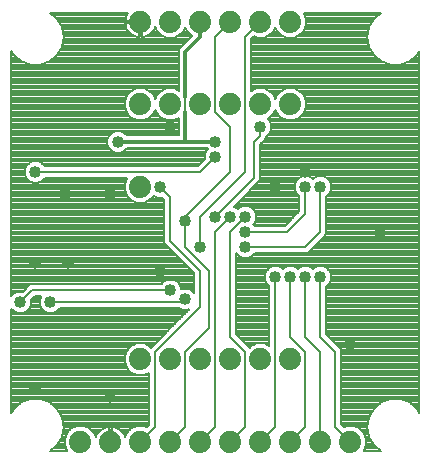
<source format=gbl>
G75*
G70*
%OFA0B0*%
%FSLAX24Y24*%
%IPPOS*%
%LPD*%
%AMOC8*
5,1,8,0,0,1.08239X$1,22.5*
%
%ADD10C,0.0740*%
%ADD11C,0.0080*%
%ADD12C,0.0400*%
%ADD13C,0.0120*%
D10*
X013333Y007833D03*
X014333Y007833D03*
X015333Y007833D03*
X016333Y007833D03*
X017333Y007833D03*
X018333Y007833D03*
X019333Y007833D03*
X020333Y007833D03*
X021333Y007833D03*
X022333Y007833D03*
X020333Y010583D03*
X019333Y010583D03*
X018333Y010583D03*
X017333Y010583D03*
X016333Y010583D03*
X015333Y010583D03*
X015333Y016333D03*
X015333Y019083D03*
X016333Y019083D03*
X017333Y019083D03*
X018333Y019083D03*
X019333Y019083D03*
X020333Y019083D03*
X020333Y021833D03*
X019333Y021833D03*
X018333Y021833D03*
X017333Y021833D03*
X016333Y021833D03*
X015333Y021833D03*
D11*
X012557Y007726D02*
X012327Y007533D01*
X012884Y007533D01*
X012803Y007728D01*
X012803Y007939D01*
X012884Y008134D01*
X013033Y008283D01*
X013228Y008363D01*
X013439Y008363D01*
X013634Y008283D01*
X013783Y008134D01*
X013845Y007982D01*
X013861Y008029D01*
X013897Y008101D01*
X013944Y008166D01*
X014001Y008222D01*
X014066Y008270D01*
X014138Y008306D01*
X014214Y008331D01*
X014293Y008343D01*
X014293Y008343D01*
X014293Y007873D01*
X014373Y007873D01*
X014373Y008343D01*
X014373Y008343D01*
X014453Y008331D01*
X014529Y008306D01*
X014601Y008270D01*
X014666Y008222D01*
X014722Y008166D01*
X014770Y008101D01*
X014806Y008029D01*
X014821Y007982D01*
X014884Y008134D01*
X015033Y008283D01*
X015228Y008363D01*
X015439Y008363D01*
X015539Y008322D01*
X015633Y008416D01*
X015633Y010134D01*
X015439Y010053D01*
X015228Y010053D01*
X015033Y010134D01*
X014884Y010283D01*
X014803Y010478D01*
X014803Y010689D01*
X014884Y010884D01*
X015033Y011033D01*
X015228Y011113D01*
X015439Y011113D01*
X015634Y011033D01*
X015692Y010975D01*
X016966Y012248D01*
X016905Y012223D01*
X016762Y012223D01*
X016629Y012278D01*
X016624Y012283D01*
X012640Y012283D01*
X012639Y012279D01*
X012537Y012178D01*
X012405Y012123D01*
X012262Y012123D01*
X012129Y012178D01*
X012028Y012279D01*
X011973Y012412D01*
X011973Y012555D01*
X012027Y012683D01*
X011816Y012683D01*
X011692Y012559D01*
X011693Y012555D01*
X011693Y012412D01*
X011639Y012279D01*
X011537Y012178D01*
X011405Y012123D01*
X011262Y012123D01*
X011129Y012178D01*
X011033Y012274D01*
X011033Y008808D01*
X011110Y008940D01*
X011110Y008940D01*
X011110Y008940D01*
X011361Y009151D01*
X011361Y009151D01*
X011669Y009263D01*
X011997Y009263D01*
X012306Y009151D01*
X012306Y009151D01*
X012557Y008940D01*
X012557Y008940D01*
X012721Y008656D01*
X012721Y008656D01*
X012778Y008333D01*
X012778Y008333D01*
X012721Y008010D01*
X012721Y008010D01*
X012557Y007726D01*
X012557Y007726D01*
X012557Y007726D01*
X012581Y007768D02*
X012803Y007768D01*
X012803Y007847D02*
X012626Y007847D01*
X012672Y007925D02*
X012803Y007925D01*
X012830Y008004D02*
X012717Y008004D01*
X012733Y008082D02*
X012863Y008082D01*
X012911Y008161D02*
X012747Y008161D01*
X012761Y008239D02*
X012990Y008239D01*
X013118Y008318D02*
X012775Y008318D01*
X012767Y008396D02*
X015613Y008396D01*
X015633Y008475D02*
X012753Y008475D01*
X012739Y008553D02*
X015633Y008553D01*
X015633Y008632D02*
X012725Y008632D01*
X012690Y008710D02*
X015633Y008710D01*
X015633Y008789D02*
X012644Y008789D01*
X012599Y008867D02*
X015633Y008867D01*
X015633Y008946D02*
X012550Y008946D01*
X012457Y009024D02*
X015633Y009024D01*
X015633Y009103D02*
X012363Y009103D01*
X012223Y009181D02*
X015633Y009181D01*
X015633Y009260D02*
X012007Y009260D01*
X011660Y009260D02*
X011033Y009260D01*
X011033Y009338D02*
X015633Y009338D01*
X015633Y009417D02*
X011033Y009417D01*
X011033Y009495D02*
X015633Y009495D01*
X015633Y009574D02*
X011033Y009574D01*
X011033Y009652D02*
X015633Y009652D01*
X015633Y009731D02*
X011033Y009731D01*
X011033Y009809D02*
X015633Y009809D01*
X015633Y009888D02*
X011033Y009888D01*
X011033Y009966D02*
X015633Y009966D01*
X015633Y010045D02*
X011033Y010045D01*
X011033Y010123D02*
X015059Y010123D01*
X014965Y010202D02*
X011033Y010202D01*
X011033Y010280D02*
X014887Y010280D01*
X014853Y010359D02*
X011033Y010359D01*
X011033Y010437D02*
X014820Y010437D01*
X014803Y010516D02*
X011033Y010516D01*
X011033Y010594D02*
X014803Y010594D01*
X014803Y010673D02*
X011033Y010673D01*
X011033Y010751D02*
X014829Y010751D01*
X014862Y010830D02*
X011033Y010830D01*
X011033Y010908D02*
X014909Y010908D01*
X014987Y010987D02*
X011033Y010987D01*
X011033Y011065D02*
X015112Y011065D01*
X015555Y011065D02*
X015782Y011065D01*
X015704Y010987D02*
X015679Y010987D01*
X015833Y010833D02*
X017333Y012333D01*
X017333Y013533D01*
X016333Y014533D01*
X016333Y015983D01*
X015983Y016333D01*
X015821Y016011D02*
X015760Y016011D01*
X015779Y016028D02*
X015779Y016029D01*
X015634Y015884D01*
X015439Y015803D01*
X015228Y015803D01*
X015033Y015884D01*
X014884Y016033D01*
X014803Y016228D01*
X014803Y016439D01*
X014884Y016633D01*
X012140Y016633D01*
X012139Y016629D01*
X012037Y016528D01*
X011905Y016473D01*
X011762Y016473D01*
X011629Y016528D01*
X011528Y016629D01*
X011473Y016762D01*
X011473Y016905D01*
X011528Y017037D01*
X011629Y017139D01*
X011762Y017193D01*
X011905Y017193D01*
X012037Y017139D01*
X012139Y017037D01*
X012140Y017033D01*
X017250Y017033D01*
X017475Y017258D01*
X017473Y017262D01*
X017473Y017405D01*
X017528Y017537D01*
X017574Y017583D01*
X017544Y017613D01*
X014872Y017613D01*
X014787Y017528D01*
X014655Y017473D01*
X014512Y017473D01*
X014379Y017528D01*
X014278Y017629D01*
X014223Y017762D01*
X014223Y017905D01*
X014278Y018037D01*
X014379Y018139D01*
X014512Y018193D01*
X014655Y018193D01*
X014787Y018139D01*
X014872Y018053D01*
X016613Y018053D01*
X016613Y018626D01*
X016439Y018553D01*
X016228Y018553D01*
X016033Y018634D01*
X015884Y018783D01*
X015833Y018905D01*
X015783Y018783D01*
X015634Y018634D01*
X015439Y018553D01*
X015228Y018553D01*
X015033Y018634D01*
X014884Y018783D01*
X014803Y018978D01*
X014803Y019189D01*
X014884Y019384D01*
X015033Y019533D01*
X015228Y019613D01*
X015439Y019613D01*
X015634Y019533D01*
X015783Y019384D01*
X015833Y019261D01*
X015884Y019384D01*
X016033Y019533D01*
X016228Y019613D01*
X016439Y019613D01*
X016613Y019541D01*
X016613Y020924D01*
X016742Y021053D01*
X016742Y021053D01*
X017061Y021372D01*
X017033Y021384D01*
X016884Y021533D01*
X016833Y021655D01*
X016783Y021533D01*
X016634Y021384D01*
X016439Y021303D01*
X016228Y021303D01*
X016033Y021384D01*
X015884Y021533D01*
X015821Y021685D01*
X015806Y021638D01*
X015770Y021566D01*
X015722Y021501D01*
X015666Y021444D01*
X015601Y021397D01*
X015529Y021361D01*
X015453Y021336D01*
X015373Y021323D01*
X015373Y021323D01*
X015373Y021793D01*
X015293Y021793D01*
X015293Y021323D01*
X015293Y021323D01*
X015214Y021336D01*
X015138Y021361D01*
X015066Y021397D01*
X015001Y021444D01*
X014944Y021501D01*
X014897Y021566D01*
X014861Y021638D01*
X014836Y021714D01*
X014823Y021793D01*
X014823Y021793D01*
X015293Y021793D01*
X015293Y021873D01*
X014823Y021873D01*
X014823Y021873D01*
X014836Y021953D01*
X014861Y022029D01*
X014897Y022101D01*
X014921Y022133D01*
X012327Y022133D01*
X012557Y021940D01*
X012557Y021940D01*
X012721Y021656D01*
X012721Y021656D01*
X012778Y021333D01*
X012778Y021333D01*
X012721Y021010D01*
X012721Y021010D01*
X012557Y020726D01*
X012557Y020726D01*
X012557Y020726D01*
X012306Y020516D01*
X012306Y020516D01*
X011997Y020403D01*
X011669Y020403D01*
X011361Y020516D01*
X011361Y020516D01*
X011110Y020726D01*
X011110Y020726D01*
X011033Y020859D01*
X011033Y012692D01*
X011129Y012789D01*
X011262Y012843D01*
X011405Y012843D01*
X011409Y012842D01*
X011650Y013083D01*
X016027Y013083D01*
X016028Y013087D01*
X016129Y013189D01*
X016262Y013243D01*
X016405Y013243D01*
X016537Y013189D01*
X016639Y013087D01*
X016693Y012955D01*
X016693Y012915D01*
X016762Y012943D01*
X016905Y012943D01*
X017037Y012889D01*
X017133Y012792D01*
X017133Y013450D01*
X016133Y014450D01*
X016133Y015900D01*
X016059Y015975D01*
X016055Y015973D01*
X015912Y015973D01*
X015779Y016028D01*
X015682Y015932D02*
X016101Y015932D01*
X016133Y015854D02*
X015561Y015854D01*
X015106Y015854D02*
X011033Y015854D01*
X011033Y015932D02*
X014985Y015932D01*
X014906Y016011D02*
X011033Y016011D01*
X011033Y016089D02*
X014861Y016089D01*
X014828Y016168D02*
X011033Y016168D01*
X011033Y016246D02*
X014803Y016246D01*
X014803Y016325D02*
X011033Y016325D01*
X011033Y016403D02*
X014803Y016403D01*
X014821Y016482D02*
X011925Y016482D01*
X012069Y016560D02*
X014854Y016560D01*
X016133Y015775D02*
X011033Y015775D01*
X011033Y015697D02*
X016133Y015697D01*
X016133Y015618D02*
X011033Y015618D01*
X011033Y015540D02*
X016133Y015540D01*
X016133Y015461D02*
X011033Y015461D01*
X011033Y015383D02*
X016133Y015383D01*
X016133Y015304D02*
X011033Y015304D01*
X011033Y015226D02*
X016133Y015226D01*
X016133Y015147D02*
X011033Y015147D01*
X011033Y015069D02*
X016133Y015069D01*
X016133Y014990D02*
X011033Y014990D01*
X011033Y014912D02*
X016133Y014912D01*
X016133Y014833D02*
X011033Y014833D01*
X011033Y014755D02*
X016133Y014755D01*
X016133Y014676D02*
X011033Y014676D01*
X011033Y014598D02*
X016133Y014598D01*
X016133Y014519D02*
X011033Y014519D01*
X011033Y014441D02*
X016143Y014441D01*
X016221Y014362D02*
X011033Y014362D01*
X011033Y014284D02*
X016300Y014284D01*
X016378Y014205D02*
X011033Y014205D01*
X011033Y014127D02*
X016457Y014127D01*
X016535Y014048D02*
X011033Y014048D01*
X011033Y013970D02*
X016614Y013970D01*
X016692Y013891D02*
X011033Y013891D01*
X011033Y013813D02*
X016771Y013813D01*
X016849Y013734D02*
X011033Y013734D01*
X011033Y013656D02*
X016928Y013656D01*
X017006Y013577D02*
X011033Y013577D01*
X011033Y013499D02*
X017085Y013499D01*
X017133Y013420D02*
X011033Y013420D01*
X011033Y013342D02*
X017133Y013342D01*
X017133Y013263D02*
X011033Y013263D01*
X011033Y013185D02*
X016126Y013185D01*
X016047Y013106D02*
X011033Y013106D01*
X011033Y013028D02*
X011595Y013028D01*
X011516Y012949D02*
X011033Y012949D01*
X011033Y012871D02*
X011438Y012871D01*
X011733Y012883D02*
X011333Y012483D01*
X011065Y012243D02*
X011033Y012243D01*
X011033Y012164D02*
X011163Y012164D01*
X011033Y012086D02*
X016803Y012086D01*
X016881Y012164D02*
X012504Y012164D01*
X012602Y012243D02*
X016715Y012243D01*
X016724Y012007D02*
X011033Y012007D01*
X011033Y011929D02*
X016646Y011929D01*
X016567Y011850D02*
X011033Y011850D01*
X011033Y011772D02*
X016489Y011772D01*
X016410Y011693D02*
X011033Y011693D01*
X011033Y011615D02*
X016332Y011615D01*
X016253Y011536D02*
X011033Y011536D01*
X011033Y011458D02*
X016175Y011458D01*
X016096Y011379D02*
X011033Y011379D01*
X011033Y011301D02*
X016018Y011301D01*
X015939Y011222D02*
X011033Y011222D01*
X011033Y011144D02*
X015861Y011144D01*
X015833Y010833D02*
X015833Y008333D01*
X015333Y007833D01*
X014830Y008004D02*
X014814Y008004D01*
X014779Y008082D02*
X014863Y008082D01*
X014911Y008161D02*
X014726Y008161D01*
X014642Y008239D02*
X014990Y008239D01*
X015118Y008318D02*
X014493Y008318D01*
X014373Y008318D02*
X014293Y008318D01*
X014293Y008239D02*
X014373Y008239D01*
X014373Y008161D02*
X014293Y008161D01*
X014293Y008082D02*
X014373Y008082D01*
X014373Y008004D02*
X014293Y008004D01*
X014293Y007925D02*
X014373Y007925D01*
X013941Y008161D02*
X013755Y008161D01*
X013804Y008082D02*
X013888Y008082D01*
X013852Y008004D02*
X013836Y008004D01*
X013677Y008239D02*
X014024Y008239D01*
X014174Y008318D02*
X013549Y008318D01*
X012819Y007690D02*
X012513Y007690D01*
X012420Y007611D02*
X012852Y007611D01*
X011068Y008867D02*
X011033Y008867D01*
X011033Y008946D02*
X011116Y008946D01*
X011033Y009024D02*
X011210Y009024D01*
X011304Y009103D02*
X011033Y009103D01*
X011033Y009181D02*
X011444Y009181D01*
X015608Y010123D02*
X015633Y010123D01*
X016833Y010833D02*
X016833Y008333D01*
X016333Y007833D01*
X017333Y007833D02*
X017833Y008333D01*
X017833Y014833D01*
X018333Y015333D01*
X018583Y015592D02*
X018537Y015639D01*
X018455Y015672D01*
X019333Y016550D01*
X019333Y017750D01*
X019416Y017833D01*
X019533Y017950D01*
X019533Y018027D01*
X019537Y018028D01*
X019639Y018129D01*
X019693Y018262D01*
X019693Y018405D01*
X019639Y018537D01*
X019569Y018607D01*
X019634Y018634D01*
X019783Y018783D01*
X019833Y018905D01*
X019884Y018783D01*
X020033Y018634D01*
X020228Y018553D01*
X020439Y018553D01*
X020634Y018634D01*
X020783Y018783D01*
X020863Y018978D01*
X020863Y019189D01*
X020783Y019384D01*
X020634Y019533D01*
X020439Y019613D01*
X020228Y019613D01*
X020033Y019533D01*
X019884Y019384D01*
X019833Y019261D01*
X019783Y019384D01*
X019634Y019533D01*
X019439Y019613D01*
X019228Y019613D01*
X019033Y019533D01*
X019033Y021250D01*
X019128Y021345D01*
X019228Y021303D01*
X019439Y021303D01*
X019634Y021384D01*
X019783Y021533D01*
X019833Y021655D01*
X019884Y021533D01*
X020033Y021384D01*
X020228Y021303D01*
X020439Y021303D01*
X020634Y021384D01*
X020783Y021533D01*
X020863Y021728D01*
X020863Y021939D01*
X020783Y022133D01*
X023340Y022133D01*
X023110Y021940D01*
X022946Y021656D01*
X022889Y021333D01*
X022946Y021010D01*
X023110Y020726D01*
X023361Y020516D01*
X023669Y020403D01*
X023997Y020403D01*
X024306Y020516D01*
X024557Y020726D01*
X024633Y020859D01*
X024633Y008808D01*
X024557Y008940D01*
X024557Y008940D01*
X024306Y009151D01*
X024306Y009151D01*
X023997Y009263D01*
X023669Y009263D01*
X023361Y009151D01*
X023110Y008940D01*
X022946Y008656D01*
X022889Y008333D01*
X022946Y008010D01*
X023110Y007726D01*
X023340Y007533D01*
X022783Y007533D01*
X022863Y007728D01*
X022863Y007939D01*
X022783Y008134D01*
X022634Y008283D01*
X022439Y008363D01*
X022228Y008363D01*
X022128Y008322D01*
X022033Y008416D01*
X022033Y010916D01*
X021916Y011033D01*
X021533Y011416D01*
X021533Y013027D01*
X021537Y013028D01*
X021639Y013129D01*
X021693Y013262D01*
X021693Y013405D01*
X021639Y013537D01*
X021537Y013639D01*
X021405Y013693D01*
X021262Y013693D01*
X021129Y013639D01*
X021083Y013592D01*
X021037Y013639D01*
X020905Y013693D01*
X020762Y013693D01*
X020629Y013639D01*
X020583Y013592D01*
X020537Y013639D01*
X020405Y013693D01*
X020262Y013693D01*
X020129Y013639D01*
X020083Y013592D01*
X020037Y013639D01*
X019905Y013693D01*
X019762Y013693D01*
X019629Y013639D01*
X019528Y013537D01*
X019473Y013405D01*
X019473Y013262D01*
X019528Y013129D01*
X019629Y013028D01*
X019633Y013027D01*
X019633Y011033D01*
X019439Y011113D01*
X019228Y011113D01*
X019033Y011033D01*
X018975Y010975D01*
X018916Y011033D01*
X018533Y011416D01*
X018533Y014124D01*
X018629Y014028D01*
X018762Y013973D01*
X018905Y013973D01*
X019037Y014028D01*
X019139Y014129D01*
X019140Y014133D01*
X020916Y014133D01*
X021416Y014633D01*
X021533Y014750D01*
X021533Y016027D01*
X021537Y016028D01*
X021639Y016129D01*
X021693Y016262D01*
X021693Y016405D01*
X021639Y016537D01*
X021537Y016639D01*
X021536Y016639D02*
X024633Y016639D01*
X024633Y016717D02*
X019333Y016717D01*
X019333Y016639D02*
X020630Y016639D01*
X020629Y016639D02*
X020528Y016537D01*
X020473Y016405D01*
X020473Y016262D01*
X020528Y016129D01*
X020629Y016028D01*
X020633Y016027D01*
X020633Y015516D01*
X020150Y015033D01*
X019140Y015033D01*
X019139Y015037D01*
X019092Y015083D01*
X019139Y015129D01*
X019193Y015262D01*
X019193Y015405D01*
X019139Y015537D01*
X019037Y015639D01*
X018905Y015693D01*
X018762Y015693D01*
X018629Y015639D01*
X018583Y015592D01*
X018557Y015618D02*
X018609Y015618D01*
X018480Y015697D02*
X020633Y015697D01*
X020633Y015775D02*
X018558Y015775D01*
X018637Y015854D02*
X020633Y015854D01*
X020633Y015932D02*
X018715Y015932D01*
X018794Y016011D02*
X020633Y016011D01*
X020568Y016089D02*
X018872Y016089D01*
X018951Y016168D02*
X020512Y016168D01*
X020480Y016246D02*
X019029Y016246D01*
X019108Y016325D02*
X020473Y016325D01*
X020473Y016403D02*
X019186Y016403D01*
X019265Y016482D02*
X020505Y016482D01*
X020551Y016560D02*
X019333Y016560D01*
X019133Y016633D02*
X019133Y017833D01*
X019333Y018033D01*
X019333Y018333D01*
X019671Y018209D02*
X024633Y018209D01*
X024633Y018287D02*
X019693Y018287D01*
X019693Y018366D02*
X024633Y018366D01*
X024633Y018444D02*
X019677Y018444D01*
X019644Y018523D02*
X024633Y018523D01*
X024633Y018601D02*
X020555Y018601D01*
X020679Y018680D02*
X024633Y018680D01*
X024633Y018758D02*
X020758Y018758D01*
X020805Y018837D02*
X024633Y018837D01*
X024633Y018915D02*
X020837Y018915D01*
X020863Y018994D02*
X024633Y018994D01*
X024633Y019072D02*
X020863Y019072D01*
X020863Y019151D02*
X024633Y019151D01*
X024633Y019229D02*
X020847Y019229D01*
X020814Y019308D02*
X024633Y019308D01*
X024633Y019386D02*
X020780Y019386D01*
X020701Y019465D02*
X024633Y019465D01*
X024633Y019543D02*
X020608Y019543D01*
X020059Y019543D02*
X019608Y019543D01*
X019701Y019465D02*
X019965Y019465D01*
X019887Y019386D02*
X019780Y019386D01*
X019814Y019308D02*
X019853Y019308D01*
X019862Y018837D02*
X019805Y018837D01*
X019758Y018758D02*
X019909Y018758D01*
X019987Y018680D02*
X019679Y018680D01*
X019574Y018601D02*
X020112Y018601D01*
X019639Y018130D02*
X024633Y018130D01*
X024633Y018052D02*
X019561Y018052D01*
X019533Y017973D02*
X024633Y017973D01*
X024633Y017895D02*
X019478Y017895D01*
X019416Y017833D02*
X019416Y017833D01*
X019399Y017816D02*
X024633Y017816D01*
X024633Y017738D02*
X019333Y017738D01*
X019333Y017659D02*
X024633Y017659D01*
X024633Y017581D02*
X019333Y017581D01*
X019333Y017502D02*
X024633Y017502D01*
X024633Y017424D02*
X019333Y017424D01*
X019333Y017345D02*
X024633Y017345D01*
X024633Y017267D02*
X019333Y017267D01*
X019333Y017188D02*
X024633Y017188D01*
X024633Y017110D02*
X019333Y017110D01*
X019333Y017031D02*
X024633Y017031D01*
X024633Y016953D02*
X019333Y016953D01*
X019333Y016874D02*
X024633Y016874D01*
X024633Y016796D02*
X019333Y016796D01*
X019133Y016633D02*
X017833Y015333D01*
X017333Y015333D02*
X018833Y016833D01*
X018833Y021333D01*
X019333Y021833D01*
X019549Y021349D02*
X020118Y021349D01*
X019990Y021427D02*
X019677Y021427D01*
X019755Y021506D02*
X019911Y021506D01*
X019863Y021584D02*
X019804Y021584D01*
X020549Y021349D02*
X022892Y021349D01*
X022889Y021333D02*
X022889Y021333D01*
X022900Y021270D02*
X019053Y021270D01*
X019033Y021192D02*
X022914Y021192D01*
X022928Y021113D02*
X019033Y021113D01*
X019033Y021035D02*
X022942Y021035D01*
X022946Y021010D02*
X022946Y021010D01*
X022977Y020956D02*
X019033Y020956D01*
X019033Y020878D02*
X023022Y020878D01*
X023068Y020799D02*
X019033Y020799D01*
X019033Y020721D02*
X023116Y020721D01*
X023110Y020726D02*
X023110Y020726D01*
X023210Y020642D02*
X019033Y020642D01*
X019033Y020564D02*
X023304Y020564D01*
X023361Y020516D02*
X023361Y020516D01*
X023444Y020485D02*
X019033Y020485D01*
X019033Y020407D02*
X023660Y020407D01*
X024007Y020407D02*
X024633Y020407D01*
X024633Y020485D02*
X024223Y020485D01*
X024306Y020516D02*
X024306Y020516D01*
X024363Y020564D02*
X024633Y020564D01*
X024633Y020642D02*
X024457Y020642D01*
X024550Y020721D02*
X024633Y020721D01*
X024557Y020726D02*
X024557Y020726D01*
X024557Y020726D01*
X024599Y020799D02*
X024633Y020799D01*
X024633Y020328D02*
X019033Y020328D01*
X019033Y020250D02*
X024633Y020250D01*
X024633Y020171D02*
X019033Y020171D01*
X019033Y020093D02*
X024633Y020093D01*
X024633Y020014D02*
X019033Y020014D01*
X019033Y019936D02*
X024633Y019936D01*
X024633Y019857D02*
X019033Y019857D01*
X019033Y019779D02*
X024633Y019779D01*
X024633Y019700D02*
X019033Y019700D01*
X019033Y019622D02*
X024633Y019622D01*
X022906Y021427D02*
X020677Y021427D01*
X020755Y021506D02*
X022919Y021506D01*
X022933Y021584D02*
X020804Y021584D01*
X020836Y021663D02*
X022950Y021663D01*
X022946Y021656D02*
X022946Y021656D01*
X022995Y021741D02*
X020863Y021741D01*
X020863Y021820D02*
X023040Y021820D01*
X023086Y021898D02*
X020863Y021898D01*
X020848Y021977D02*
X023153Y021977D01*
X023110Y021940D02*
X023110Y021940D01*
X023110Y021940D01*
X023247Y022055D02*
X020815Y022055D01*
X018333Y021833D02*
X017833Y021333D01*
X017833Y018833D01*
X018333Y018333D01*
X018333Y016833D01*
X016833Y015333D01*
X016833Y015183D01*
X016833Y014333D01*
X017633Y013533D01*
X017633Y011633D01*
X016833Y010833D01*
X018333Y011333D02*
X018333Y014833D01*
X018833Y015333D01*
X019170Y015461D02*
X020578Y015461D01*
X020633Y015540D02*
X019136Y015540D01*
X019057Y015618D02*
X020633Y015618D01*
X020500Y015383D02*
X019193Y015383D01*
X019193Y015304D02*
X020421Y015304D01*
X020343Y015226D02*
X019178Y015226D01*
X019146Y015147D02*
X020264Y015147D01*
X020186Y015069D02*
X019107Y015069D01*
X018833Y014833D02*
X020233Y014833D01*
X020833Y015433D01*
X020833Y016333D01*
X021083Y016592D02*
X021037Y016639D01*
X021036Y016639D02*
X021130Y016639D01*
X021129Y016639D02*
X021083Y016592D01*
X021037Y016639D02*
X020905Y016693D01*
X020762Y016693D01*
X020629Y016639D01*
X021129Y016639D02*
X021262Y016693D01*
X021405Y016693D01*
X021537Y016639D01*
X021615Y016560D02*
X024633Y016560D01*
X024633Y016482D02*
X021661Y016482D01*
X021693Y016403D02*
X024633Y016403D01*
X024633Y016325D02*
X021693Y016325D01*
X021687Y016246D02*
X024633Y016246D01*
X024633Y016168D02*
X021654Y016168D01*
X021598Y016089D02*
X024633Y016089D01*
X024633Y016011D02*
X021533Y016011D01*
X021533Y015932D02*
X024633Y015932D01*
X024633Y015854D02*
X021533Y015854D01*
X021533Y015775D02*
X024633Y015775D01*
X024633Y015697D02*
X021533Y015697D01*
X021533Y015618D02*
X024633Y015618D01*
X024633Y015540D02*
X021533Y015540D01*
X021533Y015461D02*
X024633Y015461D01*
X024633Y015383D02*
X021533Y015383D01*
X021533Y015304D02*
X024633Y015304D01*
X024633Y015226D02*
X021533Y015226D01*
X021533Y015147D02*
X024633Y015147D01*
X024633Y015069D02*
X021533Y015069D01*
X021533Y014990D02*
X024633Y014990D01*
X024633Y014912D02*
X021533Y014912D01*
X021533Y014833D02*
X024633Y014833D01*
X024633Y014755D02*
X021533Y014755D01*
X021459Y014676D02*
X024633Y014676D01*
X024633Y014598D02*
X021381Y014598D01*
X021302Y014519D02*
X024633Y014519D01*
X024633Y014441D02*
X021224Y014441D01*
X021145Y014362D02*
X024633Y014362D01*
X024633Y014284D02*
X021067Y014284D01*
X020988Y014205D02*
X024633Y014205D01*
X024633Y014127D02*
X019136Y014127D01*
X019057Y014048D02*
X024633Y014048D01*
X024633Y013970D02*
X018533Y013970D01*
X018533Y014048D02*
X018609Y014048D01*
X018533Y013891D02*
X024633Y013891D01*
X024633Y013813D02*
X018533Y013813D01*
X018533Y013734D02*
X024633Y013734D01*
X024633Y013656D02*
X021495Y013656D01*
X021598Y013577D02*
X024633Y013577D01*
X024633Y013499D02*
X021654Y013499D01*
X021687Y013420D02*
X024633Y013420D01*
X024633Y013342D02*
X021693Y013342D01*
X021693Y013263D02*
X024633Y013263D01*
X024633Y013185D02*
X021661Y013185D01*
X021615Y013106D02*
X024633Y013106D01*
X024633Y013028D02*
X021537Y013028D01*
X021533Y012949D02*
X024633Y012949D01*
X024633Y012871D02*
X021533Y012871D01*
X021533Y012792D02*
X024633Y012792D01*
X024633Y012714D02*
X021533Y012714D01*
X021533Y012635D02*
X024633Y012635D01*
X024633Y012557D02*
X021533Y012557D01*
X021533Y012478D02*
X024633Y012478D01*
X024633Y012400D02*
X021533Y012400D01*
X021533Y012321D02*
X024633Y012321D01*
X024633Y012243D02*
X021533Y012243D01*
X021533Y012164D02*
X024633Y012164D01*
X024633Y012086D02*
X021533Y012086D01*
X021533Y012007D02*
X024633Y012007D01*
X024633Y011929D02*
X021533Y011929D01*
X021533Y011850D02*
X024633Y011850D01*
X024633Y011772D02*
X021533Y011772D01*
X021533Y011693D02*
X024633Y011693D01*
X024633Y011615D02*
X021533Y011615D01*
X021533Y011536D02*
X024633Y011536D01*
X024633Y011458D02*
X021533Y011458D01*
X021570Y011379D02*
X024633Y011379D01*
X024633Y011301D02*
X021649Y011301D01*
X021727Y011222D02*
X024633Y011222D01*
X024633Y011144D02*
X021806Y011144D01*
X021884Y011065D02*
X024633Y011065D01*
X024633Y010987D02*
X021963Y010987D01*
X022033Y010908D02*
X024633Y010908D01*
X024633Y010830D02*
X022033Y010830D01*
X022033Y010751D02*
X024633Y010751D01*
X024633Y010673D02*
X022033Y010673D01*
X022033Y010594D02*
X024633Y010594D01*
X024633Y010516D02*
X022033Y010516D01*
X022033Y010437D02*
X024633Y010437D01*
X024633Y010359D02*
X022033Y010359D01*
X022033Y010280D02*
X024633Y010280D01*
X024633Y010202D02*
X022033Y010202D01*
X022033Y010123D02*
X024633Y010123D01*
X024633Y010045D02*
X022033Y010045D01*
X022033Y009966D02*
X024633Y009966D01*
X024633Y009888D02*
X022033Y009888D01*
X022033Y009809D02*
X024633Y009809D01*
X024633Y009731D02*
X022033Y009731D01*
X022033Y009652D02*
X024633Y009652D01*
X024633Y009574D02*
X022033Y009574D01*
X022033Y009495D02*
X024633Y009495D01*
X024633Y009417D02*
X022033Y009417D01*
X022033Y009338D02*
X024633Y009338D01*
X024633Y009260D02*
X024007Y009260D01*
X024223Y009181D02*
X024633Y009181D01*
X024633Y009103D02*
X024363Y009103D01*
X024457Y009024D02*
X024633Y009024D01*
X024633Y008946D02*
X024550Y008946D01*
X024599Y008867D02*
X024633Y008867D01*
X023660Y009260D02*
X022033Y009260D01*
X022033Y009181D02*
X023444Y009181D01*
X023361Y009151D02*
X023361Y009151D01*
X023304Y009103D02*
X022033Y009103D01*
X022033Y009024D02*
X023210Y009024D01*
X023116Y008946D02*
X022033Y008946D01*
X022033Y008867D02*
X023068Y008867D01*
X023110Y008940D02*
X023110Y008940D01*
X023110Y008940D01*
X023022Y008789D02*
X022033Y008789D01*
X022033Y008710D02*
X022977Y008710D01*
X022946Y008656D02*
X022946Y008656D01*
X022942Y008632D02*
X022033Y008632D01*
X022033Y008553D02*
X022928Y008553D01*
X022914Y008475D02*
X022033Y008475D01*
X022053Y008396D02*
X022900Y008396D01*
X022889Y008333D02*
X022889Y008333D01*
X022892Y008318D02*
X022549Y008318D01*
X022677Y008239D02*
X022906Y008239D01*
X022919Y008161D02*
X022755Y008161D01*
X022804Y008082D02*
X022933Y008082D01*
X022946Y008010D02*
X022946Y008010D01*
X022950Y008004D02*
X022836Y008004D01*
X022863Y007925D02*
X022995Y007925D01*
X023040Y007847D02*
X022863Y007847D01*
X022863Y007768D02*
X023086Y007768D01*
X023110Y007726D02*
X023110Y007726D01*
X023153Y007690D02*
X022848Y007690D01*
X022815Y007611D02*
X023247Y007611D01*
X022333Y007833D02*
X021833Y008333D01*
X021833Y010833D01*
X021333Y011333D01*
X021333Y013333D01*
X021171Y013656D02*
X020995Y013656D01*
X020671Y013656D02*
X020495Y013656D01*
X020171Y013656D02*
X019995Y013656D01*
X019671Y013656D02*
X018533Y013656D01*
X018533Y013577D02*
X019568Y013577D01*
X019512Y013499D02*
X018533Y013499D01*
X018533Y013420D02*
X019480Y013420D01*
X019473Y013342D02*
X018533Y013342D01*
X018533Y013263D02*
X019473Y013263D01*
X019505Y013185D02*
X018533Y013185D01*
X018533Y013106D02*
X019551Y013106D01*
X019630Y013028D02*
X018533Y013028D01*
X018533Y012949D02*
X019633Y012949D01*
X019633Y012871D02*
X018533Y012871D01*
X018533Y012792D02*
X019633Y012792D01*
X019633Y012714D02*
X018533Y012714D01*
X018533Y012635D02*
X019633Y012635D01*
X019633Y012557D02*
X018533Y012557D01*
X018533Y012478D02*
X019633Y012478D01*
X019633Y012400D02*
X018533Y012400D01*
X018533Y012321D02*
X019633Y012321D01*
X019633Y012243D02*
X018533Y012243D01*
X018533Y012164D02*
X019633Y012164D01*
X019633Y012086D02*
X018533Y012086D01*
X018533Y012007D02*
X019633Y012007D01*
X019633Y011929D02*
X018533Y011929D01*
X018533Y011850D02*
X019633Y011850D01*
X019633Y011772D02*
X018533Y011772D01*
X018533Y011693D02*
X019633Y011693D01*
X019633Y011615D02*
X018533Y011615D01*
X018533Y011536D02*
X019633Y011536D01*
X019633Y011458D02*
X018533Y011458D01*
X018570Y011379D02*
X019633Y011379D01*
X019633Y011301D02*
X018649Y011301D01*
X018727Y011222D02*
X019633Y011222D01*
X019633Y011144D02*
X018806Y011144D01*
X018884Y011065D02*
X019112Y011065D01*
X018987Y010987D02*
X018963Y010987D01*
X018833Y010833D02*
X018833Y008333D01*
X018333Y007833D01*
X019333Y007833D02*
X019833Y008333D01*
X019833Y013333D01*
X020333Y013333D02*
X020333Y011333D01*
X020833Y010833D01*
X020833Y008333D01*
X020333Y007833D01*
X021333Y007833D02*
X021333Y010833D01*
X020833Y011333D01*
X020833Y013333D01*
X020833Y014333D02*
X021333Y014833D01*
X021333Y016333D01*
X020833Y014333D02*
X018833Y014333D01*
X017333Y014333D02*
X017333Y015333D01*
X017333Y016833D02*
X017833Y017333D01*
X017473Y017345D02*
X011033Y017345D01*
X011033Y017267D02*
X017473Y017267D01*
X017405Y017188D02*
X011917Y017188D01*
X011750Y017188D02*
X011033Y017188D01*
X011033Y017110D02*
X011601Y017110D01*
X011526Y017031D02*
X011033Y017031D01*
X011033Y016953D02*
X011493Y016953D01*
X011473Y016874D02*
X011033Y016874D01*
X011033Y016796D02*
X011473Y016796D01*
X011492Y016717D02*
X011033Y016717D01*
X011033Y016639D02*
X011524Y016639D01*
X011597Y016560D02*
X011033Y016560D01*
X011033Y016482D02*
X011741Y016482D01*
X011833Y016833D02*
X017333Y016833D01*
X017327Y017110D02*
X012066Y017110D01*
X011033Y017424D02*
X017481Y017424D01*
X017514Y017502D02*
X014725Y017502D01*
X014840Y017581D02*
X017572Y017581D01*
X016613Y018130D02*
X014795Y018130D01*
X014371Y018130D02*
X011033Y018130D01*
X011033Y018052D02*
X014293Y018052D01*
X014252Y017973D02*
X011033Y017973D01*
X011033Y017895D02*
X014223Y017895D01*
X014223Y017816D02*
X011033Y017816D01*
X011033Y017738D02*
X014233Y017738D01*
X014266Y017659D02*
X011033Y017659D01*
X011033Y017581D02*
X014327Y017581D01*
X014442Y017502D02*
X011033Y017502D01*
X011033Y018209D02*
X016613Y018209D01*
X016613Y018287D02*
X011033Y018287D01*
X011033Y018366D02*
X016613Y018366D01*
X016613Y018444D02*
X011033Y018444D01*
X011033Y018523D02*
X016613Y018523D01*
X016613Y018601D02*
X016555Y018601D01*
X016833Y018833D02*
X016833Y019333D01*
X016613Y019543D02*
X016608Y019543D01*
X016613Y019622D02*
X011033Y019622D01*
X011033Y019700D02*
X016613Y019700D01*
X016613Y019779D02*
X011033Y019779D01*
X011033Y019857D02*
X016613Y019857D01*
X016613Y019936D02*
X011033Y019936D01*
X011033Y020014D02*
X016613Y020014D01*
X016613Y020093D02*
X011033Y020093D01*
X011033Y020171D02*
X016613Y020171D01*
X016613Y020250D02*
X011033Y020250D01*
X011033Y020328D02*
X016613Y020328D01*
X016613Y020407D02*
X012007Y020407D01*
X012223Y020485D02*
X016613Y020485D01*
X016613Y020564D02*
X012363Y020564D01*
X012457Y020642D02*
X016613Y020642D01*
X016613Y020721D02*
X012550Y020721D01*
X012599Y020799D02*
X016613Y020799D01*
X016613Y020878D02*
X012644Y020878D01*
X012690Y020956D02*
X016645Y020956D01*
X016724Y021035D02*
X012725Y021035D01*
X012739Y021113D02*
X016802Y021113D01*
X016881Y021192D02*
X012753Y021192D01*
X012767Y021270D02*
X016959Y021270D01*
X017038Y021349D02*
X016549Y021349D01*
X016677Y021427D02*
X016990Y021427D01*
X016911Y021506D02*
X016755Y021506D01*
X016804Y021584D02*
X016863Y021584D01*
X016118Y021349D02*
X015493Y021349D01*
X015373Y021349D02*
X015293Y021349D01*
X015293Y021427D02*
X015373Y021427D01*
X015373Y021506D02*
X015293Y021506D01*
X015293Y021584D02*
X015373Y021584D01*
X015373Y021663D02*
X015293Y021663D01*
X015293Y021741D02*
X015373Y021741D01*
X015293Y021820D02*
X012626Y021820D01*
X012581Y021898D02*
X014827Y021898D01*
X014844Y021977D02*
X012513Y021977D01*
X012420Y022055D02*
X014874Y022055D01*
X014832Y021741D02*
X012672Y021741D01*
X012717Y021663D02*
X014852Y021663D01*
X014888Y021584D02*
X012733Y021584D01*
X012747Y021506D02*
X014941Y021506D01*
X015024Y021427D02*
X012761Y021427D01*
X012775Y021349D02*
X015174Y021349D01*
X015642Y021427D02*
X015990Y021427D01*
X015911Y021506D02*
X015726Y021506D01*
X015779Y021584D02*
X015863Y021584D01*
X015830Y021663D02*
X015814Y021663D01*
X015608Y019543D02*
X016059Y019543D01*
X015965Y019465D02*
X015701Y019465D01*
X015780Y019386D02*
X015887Y019386D01*
X015853Y019308D02*
X015814Y019308D01*
X015059Y019543D02*
X011033Y019543D01*
X011033Y019465D02*
X014965Y019465D01*
X014887Y019386D02*
X011033Y019386D01*
X011033Y019308D02*
X014853Y019308D01*
X014820Y019229D02*
X011033Y019229D01*
X011033Y019151D02*
X014803Y019151D01*
X014803Y019072D02*
X011033Y019072D01*
X011033Y018994D02*
X014803Y018994D01*
X014829Y018915D02*
X011033Y018915D01*
X011033Y018837D02*
X014862Y018837D01*
X014909Y018758D02*
X011033Y018758D01*
X011033Y018680D02*
X014987Y018680D01*
X015112Y018601D02*
X011033Y018601D01*
X011033Y020407D02*
X011660Y020407D01*
X011444Y020485D02*
X011033Y020485D01*
X011033Y020564D02*
X011304Y020564D01*
X011210Y020642D02*
X011033Y020642D01*
X011033Y020721D02*
X011116Y020721D01*
X011068Y020799D02*
X011033Y020799D01*
X015555Y018601D02*
X016112Y018601D01*
X015987Y018680D02*
X015679Y018680D01*
X015758Y018758D02*
X015909Y018758D01*
X015862Y018837D02*
X015805Y018837D01*
X019033Y019543D02*
X019059Y019543D01*
X017133Y013185D02*
X016541Y013185D01*
X016619Y013106D02*
X017133Y013106D01*
X017133Y013028D02*
X016663Y013028D01*
X016693Y012949D02*
X017133Y012949D01*
X017133Y012871D02*
X017055Y012871D01*
X016833Y012583D02*
X016733Y012483D01*
X012333Y012483D01*
X011973Y012478D02*
X011693Y012478D01*
X011688Y012400D02*
X011978Y012400D01*
X012011Y012321D02*
X011656Y012321D01*
X011602Y012243D02*
X012065Y012243D01*
X012163Y012164D02*
X011504Y012164D01*
X011693Y012557D02*
X011974Y012557D01*
X012007Y012635D02*
X011768Y012635D01*
X011733Y012883D02*
X016333Y012883D01*
X016952Y012243D02*
X016960Y012243D01*
X018333Y011333D02*
X018833Y010833D01*
X019555Y011065D02*
X019633Y011065D01*
X011139Y012792D02*
X011033Y012792D01*
X011033Y012714D02*
X011055Y012714D01*
D12*
X011333Y012483D03*
X012333Y012483D03*
X011833Y013783D03*
X012933Y013783D03*
X015993Y013533D03*
X016333Y012883D03*
X016833Y012583D03*
X019833Y013333D03*
X020333Y013333D03*
X020833Y013333D03*
X021333Y013333D03*
X023333Y014833D03*
X021333Y016333D03*
X020833Y016333D03*
X020833Y016833D03*
X019833Y016333D03*
X018833Y015333D03*
X018333Y015333D03*
X017833Y015333D03*
X016833Y015183D03*
X017333Y014333D03*
X018833Y014333D03*
X018833Y014833D03*
X015983Y016333D03*
X014333Y016083D03*
X012833Y016083D03*
X011833Y016833D03*
X014583Y017833D03*
X016333Y018333D03*
X017833Y017833D03*
X017833Y017333D03*
X019333Y018333D03*
X022333Y011083D03*
X014333Y009333D03*
X011833Y009583D03*
D13*
X014583Y017833D02*
X016833Y017833D01*
X016833Y018833D01*
X016833Y019333D02*
X016833Y020833D01*
X017333Y021333D01*
X017333Y021833D01*
X017833Y017833D02*
X016833Y017833D01*
M02*

</source>
